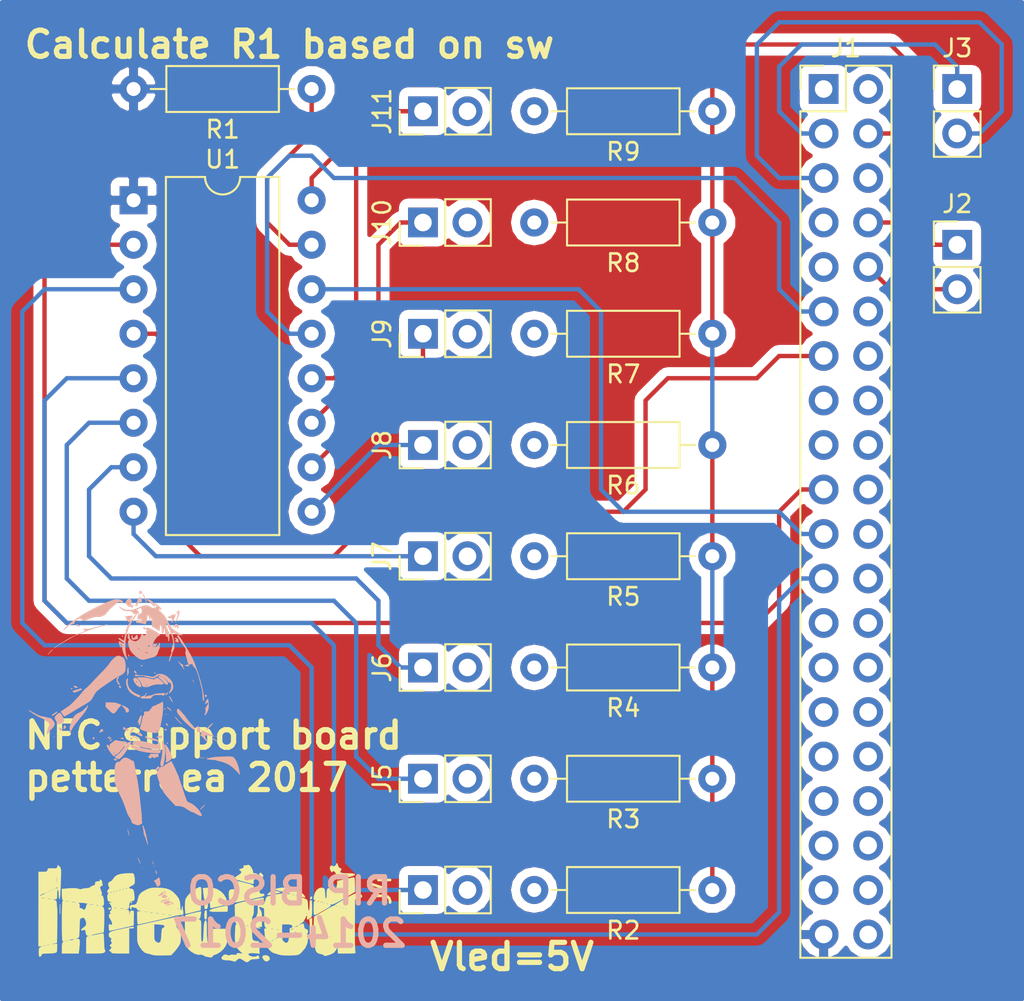
<source format=kicad_pcb>
(kicad_pcb (version 4) (host pcbnew 4.0.6)
  (layers (0 F.Cu signal) (31 B.Cu signal) (34 B.Paste user) (35 F.Paste user) (36 B.SilkS user) (37 F.SilkS user) (38 B.Mask user) (39 F.Mask user) (44 Edge.Cuts user))
  (net 0 "")
  (net 1 "Net-(J1-Pad1)")
  (net 2 "Net-(J1-Pad2)")
  (net 3 "Net-(J1-Pad3)")
  (net 4 +5V)
  (net 5 "Net-(J1-Pad5)")
  (net 6 "Net-(J1-Pad6)")
  (net 7 "Net-(J1-Pad7)")
  (net 8 "Net-(J1-Pad8)")
  (net 9 "Net-(J1-Pad9)")
  (net 10 "Net-(J1-Pad10)")
  (net 11 "Net-(J1-Pad11)")
  (net 12 "Net-(J1-Pad12)")
  (net 13 "Net-(J1-Pad13)")
  (net 14 "Net-(J1-Pad14)")
  (net 15 "Net-(J1-Pad15)")
  (net 16 "Net-(J1-Pad16)")
  (net 17 "Net-(J1-Pad17)")
  (net 18 "Net-(J1-Pad18)")
  (net 19 "Net-(J1-Pad19)")
  (net 20 "Net-(J1-Pad20)")
  (net 21 "Net-(J1-Pad21)")
  (net 22 "Net-(J1-Pad22)")
  (net 23 "Net-(J1-Pad23)")
  (net 24 "Net-(J1-Pad24)")
  (net 25 "Net-(J1-Pad25)")
  (net 26 "Net-(J1-Pad26)")
  (net 27 "Net-(J1-Pad27)")
  (net 28 "Net-(J1-Pad28)")
  (net 29 "Net-(J1-Pad29)")
  (net 30 "Net-(J1-Pad30)")
  (net 31 "Net-(J1-Pad31)")
  (net 32 "Net-(J1-Pad32)")
  (net 33 "Net-(J1-Pad33)")
  (net 34 "Net-(J1-Pad34)")
  (net 35 "Net-(J1-Pad35)")
  (net 36 "Net-(J1-Pad36)")
  (net 37 "Net-(J1-Pad37)")
  (net 38 "Net-(J1-Pad38)")
  (net 39 GNDREF)
  (net 40 "Net-(J1-Pad40)")
  (net 41 "Net-(J4-Pad1)")
  (net 42 "Net-(J4-Pad2)")
  (net 43 "Net-(J5-Pad1)")
  (net 44 "Net-(J5-Pad2)")
  (net 45 "Net-(J6-Pad1)")
  (net 46 "Net-(J6-Pad2)")
  (net 47 "Net-(J7-Pad1)")
  (net 48 "Net-(J7-Pad2)")
  (net 49 "Net-(J8-Pad1)")
  (net 50 "Net-(J8-Pad2)")
  (net 51 "Net-(J9-Pad1)")
  (net 52 "Net-(J9-Pad2)")
  (net 53 "Net-(J10-Pad1)")
  (net 54 "Net-(J10-Pad2)")
  (net 55 "Net-(J11-Pad1)")
  (net 56 "Net-(J11-Pad2)")
  (net 57 "Net-(R1-Pad1)")
  (module Pin_Headers:Pin_Header_Straight_2x20_Pitch2.54mm (layer F.Cu) (at 179.07 96.52)
    (fp_text reference J1 (at 1.27 -2.33) (layer F.SilkS))
    (fp_text value Raspberry_Pi_2_3)
    (pad 1 thru_hole rect (at 0 0) (size 1.7 1.7) (drill 1) (layers *.Cu *.Mask) (net 1 "Net-(J1-Pad1)"))
    (pad 2 thru_hole oval (at 2.54 0) (size 1.7 1.7) (drill 1) (layers *.Cu *.Mask) (net 2 "Net-(J1-Pad2)"))
    (pad 3 thru_hole oval (at 0 2.54) (size 1.7 1.7) (drill 1) (layers *.Cu *.Mask) (net 3 "Net-(J1-Pad3)"))
    (pad 4 thru_hole oval (at 2.54 2.54) (size 1.7 1.7) (drill 1) (layers *.Cu *.Mask) (net 4 +5V))
    (pad 5 thru_hole oval (at 0 5.08) (size 1.7 1.7) (drill 1) (layers *.Cu *.Mask) (net 5 "Net-(J1-Pad5)"))
    (pad 6 thru_hole oval (at 2.54 5.08) (size 1.7 1.7) (drill 1) (layers *.Cu *.Mask) (net 6 "Net-(J1-Pad6)"))
    (pad 7 thru_hole oval (at 0 7.62) (size 1.7 1.7) (drill 1) (layers *.Cu *.Mask) (net 7 "Net-(J1-Pad7)"))
    (pad 8 thru_hole oval (at 2.54 7.62) (size 1.7 1.7) (drill 1) (layers *.Cu *.Mask) (net 8 "Net-(J1-Pad8)"))
    (pad 9 thru_hole oval (at 0 10.16) (size 1.7 1.7) (drill 1) (layers *.Cu *.Mask) (net 9 "Net-(J1-Pad9)"))
    (pad 10 thru_hole oval (at 2.54 10.16) (size 1.7 1.7) (drill 1) (layers *.Cu *.Mask) (net 10 "Net-(J1-Pad10)"))
    (pad 11 thru_hole oval (at 0 12.7) (size 1.7 1.7) (drill 1) (layers *.Cu *.Mask) (net 11 "Net-(J1-Pad11)"))
    (pad 12 thru_hole oval (at 2.54 12.7) (size 1.7 1.7) (drill 1) (layers *.Cu *.Mask) (net 12 "Net-(J1-Pad12)"))
    (pad 13 thru_hole oval (at 0 15.24) (size 1.7 1.7) (drill 1) (layers *.Cu *.Mask) (net 13 "Net-(J1-Pad13)"))
    (pad 14 thru_hole oval (at 2.54 15.24) (size 1.7 1.7) (drill 1) (layers *.Cu *.Mask) (net 14 "Net-(J1-Pad14)"))
    (pad 15 thru_hole oval (at 0 17.78) (size 1.7 1.7) (drill 1) (layers *.Cu *.Mask) (net 15 "Net-(J1-Pad15)"))
    (pad 16 thru_hole oval (at 2.54 17.78) (size 1.7 1.7) (drill 1) (layers *.Cu *.Mask) (net 16 "Net-(J1-Pad16)"))
    (pad 17 thru_hole oval (at 0 20.32) (size 1.7 1.7) (drill 1) (layers *.Cu *.Mask) (net 17 "Net-(J1-Pad17)"))
    (pad 18 thru_hole oval (at 2.54 20.32) (size 1.7 1.7) (drill 1) (layers *.Cu *.Mask) (net 18 "Net-(J1-Pad18)"))
    (pad 19 thru_hole oval (at 0 22.86) (size 1.7 1.7) (drill 1) (layers *.Cu *.Mask) (net 19 "Net-(J1-Pad19)"))
    (pad 20 thru_hole oval (at 2.54 22.86) (size 1.7 1.7) (drill 1) (layers *.Cu *.Mask) (net 20 "Net-(J1-Pad20)"))
    (pad 21 thru_hole oval (at 0 25.4) (size 1.7 1.7) (drill 1) (layers *.Cu *.Mask) (net 21 "Net-(J1-Pad21)"))
    (pad 22 thru_hole oval (at 2.54 25.4) (size 1.7 1.7) (drill 1) (layers *.Cu *.Mask) (net 22 "Net-(J1-Pad22)"))
    (pad 23 thru_hole oval (at 0 27.94) (size 1.7 1.7) (drill 1) (layers *.Cu *.Mask) (net 23 "Net-(J1-Pad23)"))
    (pad 24 thru_hole oval (at 2.54 27.94) (size 1.7 1.7) (drill 1) (layers *.Cu *.Mask) (net 24 "Net-(J1-Pad24)"))
    (pad 25 thru_hole oval (at 0 30.48) (size 1.7 1.7) (drill 1) (layers *.Cu *.Mask) (net 25 "Net-(J1-Pad25)"))
    (pad 26 thru_hole oval (at 2.54 30.48) (size 1.7 1.7) (drill 1) (layers *.Cu *.Mask) (net 26 "Net-(J1-Pad26)"))
    (pad 27 thru_hole oval (at 0 33.02) (size 1.7 1.7) (drill 1) (layers *.Cu *.Mask) (net 27 "Net-(J1-Pad27)"))
    (pad 28 thru_hole oval (at 2.54 33.02) (size 1.7 1.7) (drill 1) (layers *.Cu *.Mask) (net 28 "Net-(J1-Pad28)"))
    (pad 29 thru_hole oval (at 0 35.56) (size 1.7 1.7) (drill 1) (layers *.Cu *.Mask) (net 29 "Net-(J1-Pad29)"))
    (pad 30 thru_hole oval (at 2.54 35.56) (size 1.7 1.7) (drill 1) (layers *.Cu *.Mask) (net 30 "Net-(J1-Pad30)"))
    (pad 31 thru_hole oval (at 0 38.1) (size 1.7 1.7) (drill 1) (layers *.Cu *.Mask) (net 31 "Net-(J1-Pad31)"))
    (pad 32 thru_hole oval (at 2.54 38.1) (size 1.7 1.7) (drill 1) (layers *.Cu *.Mask) (net 32 "Net-(J1-Pad32)"))
    (pad 33 thru_hole oval (at 0 40.64) (size 1.7 1.7) (drill 1) (layers *.Cu *.Mask) (net 33 "Net-(J1-Pad33)"))
    (pad 34 thru_hole oval (at 2.54 40.64) (size 1.7 1.7) (drill 1) (layers *.Cu *.Mask) (net 34 "Net-(J1-Pad34)"))
    (pad 35 thru_hole oval (at 0 43.18) (size 1.7 1.7) (drill 1) (layers *.Cu *.Mask) (net 35 "Net-(J1-Pad35)"))
    (pad 36 thru_hole oval (at 2.54 43.18) (size 1.7 1.7) (drill 1) (layers *.Cu *.Mask) (net 36 "Net-(J1-Pad36)"))
    (pad 37 thru_hole oval (at 0 45.72) (size 1.7 1.7) (drill 1) (layers *.Cu *.Mask) (net 37 "Net-(J1-Pad37)"))
    (pad 38 thru_hole oval (at 2.54 45.72) (size 1.7 1.7) (drill 1) (layers *.Cu *.Mask) (net 38 "Net-(J1-Pad38)"))
    (pad 39 thru_hole oval (at 0 48.26) (size 1.7 1.7) (drill 1) (layers *.Cu *.Mask) (net 39 GNDREF))
    (pad 40 thru_hole oval (at 2.54 48.26) (size 1.7 1.7) (drill 1) (layers *.Cu *.Mask) (net 40 "Net-(J1-Pad40)"))
  )
  (module Socket_Strips:Socket_Strip_Straight_1x02_Pitch2.54mm (layer F.Cu) (at 186.69 105.41)
    (fp_text reference J2 (at 0 -2.33) (layer F.SilkS))
    (fp_text value Serial)
    (pad 1 thru_hole rect (at 0 0) (size 1.7 1.7) (drill 1) (layers *.Cu *.Mask) (net 8 "Net-(J1-Pad8)"))
    (pad 2 thru_hole oval (at 0 2.54) (size 1.7 1.7) (drill 1) (layers *.Cu *.Mask) (net 10 "Net-(J1-Pad10)"))
  )
  (module Socket_Strips:Socket_Strip_Straight_1x02_Pitch2.54mm (layer F.Cu) (at 186.69 96.52)
    (fp_text reference J3 (at 0 -2.33) (layer F.SilkS))
    (fp_text value I2C)
    (pad 1 thru_hole rect (at 0 0) (size 1.7 1.7) (drill 1) (layers *.Cu *.Mask) (net 3 "Net-(J1-Pad3)"))
    (pad 2 thru_hole oval (at 0 2.54) (size 1.7 1.7) (drill 1) (layers *.Cu *.Mask) (net 5 "Net-(J1-Pad5)"))
  )
  (module Socket_Strips:Socket_Strip_Straight_1x02_Pitch2.54mm (layer F.Cu) (at 156.21 142.24 90)
    (fp_text reference J4 (at 0 -2.33 90) (layer F.SilkS))
    (fp_text value LED1)
    (pad 1 thru_hole rect (at 0 0 90) (size 1.7 1.7) (drill 1) (layers *.Cu *.Mask) (net 41 "Net-(J4-Pad1)"))
    (pad 2 thru_hole oval (at 0 2.54 90) (size 1.7 1.7) (drill 1) (layers *.Cu *.Mask) (net 42 "Net-(J4-Pad2)"))
  )
  (module Socket_Strips:Socket_Strip_Straight_1x02_Pitch2.54mm (layer F.Cu) (at 156.21 135.89 90)
    (fp_text reference J5 (at 0 -2.33 90) (layer F.SilkS))
    (fp_text value LED2)
    (pad 1 thru_hole rect (at 0 0 90) (size 1.7 1.7) (drill 1) (layers *.Cu *.Mask) (net 43 "Net-(J5-Pad1)"))
    (pad 2 thru_hole oval (at 0 2.54 90) (size 1.7 1.7) (drill 1) (layers *.Cu *.Mask) (net 44 "Net-(J5-Pad2)"))
  )
  (module Socket_Strips:Socket_Strip_Straight_1x02_Pitch2.54mm (layer F.Cu) (at 156.21 129.54 90)
    (fp_text reference J6 (at 0 -2.33 90) (layer F.SilkS))
    (fp_text value LED3)
    (pad 1 thru_hole rect (at 0 0 90) (size 1.7 1.7) (drill 1) (layers *.Cu *.Mask) (net 45 "Net-(J6-Pad1)"))
    (pad 2 thru_hole oval (at 0 2.54 90) (size 1.7 1.7) (drill 1) (layers *.Cu *.Mask) (net 46 "Net-(J6-Pad2)"))
  )
  (module Socket_Strips:Socket_Strip_Straight_1x02_Pitch2.54mm (layer F.Cu) (at 156.21 123.19 90)
    (fp_text reference J7 (at 0 -2.33 90) (layer F.SilkS))
    (fp_text value LED4)
    (pad 1 thru_hole rect (at 0 0 90) (size 1.7 1.7) (drill 1) (layers *.Cu *.Mask) (net 47 "Net-(J7-Pad1)"))
    (pad 2 thru_hole oval (at 0 2.54 90) (size 1.7 1.7) (drill 1) (layers *.Cu *.Mask) (net 48 "Net-(J7-Pad2)"))
  )
  (module Socket_Strips:Socket_Strip_Straight_1x02_Pitch2.54mm (layer F.Cu) (at 156.21 116.84 90)
    (fp_text reference J8 (at 0 -2.33 90) (layer F.SilkS))
    (fp_text value LED5)
    (pad 1 thru_hole rect (at 0 0 90) (size 1.7 1.7) (drill 1) (layers *.Cu *.Mask) (net 49 "Net-(J8-Pad1)"))
    (pad 2 thru_hole oval (at 0 2.54 90) (size 1.7 1.7) (drill 1) (layers *.Cu *.Mask) (net 50 "Net-(J8-Pad2)"))
  )
  (module Socket_Strips:Socket_Strip_Straight_1x02_Pitch2.54mm (layer F.Cu) (at 156.21 110.49 90)
    (fp_text reference J9 (at 0 -2.33 90) (layer F.SilkS))
    (fp_text value LED6)
    (pad 1 thru_hole rect (at 0 0 90) (size 1.7 1.7) (drill 1) (layers *.Cu *.Mask) (net 51 "Net-(J9-Pad1)"))
    (pad 2 thru_hole oval (at 0 2.54 90) (size 1.7 1.7) (drill 1) (layers *.Cu *.Mask) (net 52 "Net-(J9-Pad2)"))
  )
  (module Socket_Strips:Socket_Strip_Straight_1x02_Pitch2.54mm (layer F.Cu) (at 156.21 104.14 90)
    (fp_text reference J10 (at 0 -2.33 90) (layer F.SilkS))
    (fp_text value LED7)
    (pad 1 thru_hole rect (at 0 0 90) (size 1.7 1.7) (drill 1) (layers *.Cu *.Mask) (net 53 "Net-(J10-Pad1)"))
    (pad 2 thru_hole oval (at 0 2.54 90) (size 1.7 1.7) (drill 1) (layers *.Cu *.Mask) (net 54 "Net-(J10-Pad2)"))
  )
  (module Socket_Strips:Socket_Strip_Straight_1x02_Pitch2.54mm (layer F.Cu) (at 156.21 97.79 90)
    (fp_text reference J11 (at 0 -2.33 90) (layer F.SilkS))
    (fp_text value LED8)
    (pad 1 thru_hole rect (at 0 0 90) (size 1.7 1.7) (drill 1) (layers *.Cu *.Mask) (net 55 "Net-(J11-Pad1)"))
    (pad 2 thru_hole oval (at 0 2.54 90) (size 1.7 1.7) (drill 1) (layers *.Cu *.Mask) (net 56 "Net-(J11-Pad2)"))
  )
  (module Resistors_THT:R_Axial_DIN0207_L6.3mm_D2.5mm_P10.16mm_Horizontal (layer F.Cu) (at 149.86 96.52 180)
    (fp_text reference R1 (at 5.08 -2.31 180) (layer F.SilkS))
    (fp_text value R)
    (pad 1 thru_hole circle (at 0 0 180) (size 1.6 1.6) (drill 0.8) (layers *.Cu *.Mask) (net 57 "Net-(R1-Pad1)"))
    (pad 2 thru_hole oval (at 10.16 0 180) (size 1.6 1.6) (drill 0.8) (layers *.Cu *.Mask) (net 39 GNDREF))
  )
  (module Resistors_THT:R_Axial_DIN0207_L6.3mm_D2.5mm_P10.16mm_Horizontal (layer F.Cu) (at 172.72 142.24 180)
    (fp_text reference R2 (at 5.08 -2.31 180) (layer F.SilkS))
    (fp_text value R)
    (pad 1 thru_hole circle (at 0 0 180) (size 1.6 1.6) (drill 0.8) (layers *.Cu *.Mask) (net 4 +5V))
    (pad 2 thru_hole oval (at 10.16 0 180) (size 1.6 1.6) (drill 0.8) (layers *.Cu *.Mask) (net 42 "Net-(J4-Pad2)"))
  )
  (module Resistors_THT:R_Axial_DIN0207_L6.3mm_D2.5mm_P10.16mm_Horizontal (layer F.Cu) (at 172.72 135.89 180)
    (fp_text reference R3 (at 5.08 -2.31 180) (layer F.SilkS))
    (fp_text value R)
    (pad 1 thru_hole circle (at 0 0 180) (size 1.6 1.6) (drill 0.8) (layers *.Cu *.Mask) (net 4 +5V))
    (pad 2 thru_hole oval (at 10.16 0 180) (size 1.6 1.6) (drill 0.8) (layers *.Cu *.Mask) (net 44 "Net-(J5-Pad2)"))
  )
  (module Resistors_THT:R_Axial_DIN0207_L6.3mm_D2.5mm_P10.16mm_Horizontal (layer F.Cu) (at 172.72 129.54 180)
    (fp_text reference R4 (at 5.08 -2.31 180) (layer F.SilkS))
    (fp_text value R)
    (pad 1 thru_hole circle (at 0 0 180) (size 1.6 1.6) (drill 0.8) (layers *.Cu *.Mask) (net 4 +5V))
    (pad 2 thru_hole oval (at 10.16 0 180) (size 1.6 1.6) (drill 0.8) (layers *.Cu *.Mask) (net 46 "Net-(J6-Pad2)"))
  )
  (module Resistors_THT:R_Axial_DIN0207_L6.3mm_D2.5mm_P10.16mm_Horizontal (layer F.Cu) (at 172.72 123.19 180)
    (fp_text reference R5 (at 5.08 -2.31 180) (layer F.SilkS))
    (fp_text value R)
    (pad 1 thru_hole circle (at 0 0 180) (size 1.6 1.6) (drill 0.8) (layers *.Cu *.Mask) (net 4 +5V))
    (pad 2 thru_hole oval (at 10.16 0 180) (size 1.6 1.6) (drill 0.8) (layers *.Cu *.Mask) (net 48 "Net-(J7-Pad2)"))
  )
  (module Resistors_THT:R_Axial_DIN0207_L6.3mm_D2.5mm_P10.16mm_Horizontal (layer F.Cu) (at 172.72 116.84 180)
    (fp_text reference R6 (at 5.08 -2.31 180) (layer F.SilkS))
    (fp_text value R)
    (pad 1 thru_hole circle (at 0 0 180) (size 1.6 1.6) (drill 0.8) (layers *.Cu *.Mask) (net 4 +5V))
    (pad 2 thru_hole oval (at 10.16 0 180) (size 1.6 1.6) (drill 0.8) (layers *.Cu *.Mask) (net 50 "Net-(J8-Pad2)"))
  )
  (module Resistors_THT:R_Axial_DIN0207_L6.3mm_D2.5mm_P10.16mm_Horizontal (layer F.Cu) (at 172.72 110.49 180)
    (fp_text reference R7 (at 5.08 -2.31 180) (layer F.SilkS))
    (fp_text value R)
    (pad 1 thru_hole circle (at 0 0 180) (size 1.6 1.6) (drill 0.8) (layers *.Cu *.Mask) (net 4 +5V))
    (pad 2 thru_hole oval (at 10.16 0 180) (size 1.6 1.6) (drill 0.8) (layers *.Cu *.Mask) (net 52 "Net-(J9-Pad2)"))
  )
  (module Resistors_THT:R_Axial_DIN0207_L6.3mm_D2.5mm_P10.16mm_Horizontal (layer F.Cu) (at 172.72 104.14 180)
    (fp_text reference R8 (at 5.08 -2.31 180) (layer F.SilkS))
    (fp_text value R)
    (pad 1 thru_hole circle (at 0 0 180) (size 1.6 1.6) (drill 0.8) (layers *.Cu *.Mask) (net 4 +5V))
    (pad 2 thru_hole oval (at 10.16 0 180) (size 1.6 1.6) (drill 0.8) (layers *.Cu *.Mask) (net 54 "Net-(J10-Pad2)"))
  )
  (module Resistors_THT:R_Axial_DIN0207_L6.3mm_D2.5mm_P10.16mm_Horizontal (layer F.Cu) (at 172.72 97.79 180)
    (fp_text reference R9 (at 5.08 -2.31 180) (layer F.SilkS))
    (fp_text value R)
    (pad 1 thru_hole circle (at 0 0 180) (size 1.6 1.6) (drill 0.8) (layers *.Cu *.Mask) (net 4 +5V))
    (pad 2 thru_hole oval (at 10.16 0 180) (size 1.6 1.6) (drill 0.8) (layers *.Cu *.Mask) (net 56 "Net-(J11-Pad2)"))
  )
  (module Housings_DIP:DIP-16_W10.16mm (layer F.Cu) (at 139.7 102.87)
    (fp_text reference U1 (at 5.08 -2.33) (layer F.SilkS))
    (fp_text value TLC5917)
    (pad 1 thru_hole rect (at 0 0) (size 1.6 1.6) (drill 0.8) (layers *.Cu *.Mask) (net 39 GNDREF))
    (pad 9 thru_hole oval (at 10.16 17.78) (size 1.6 1.6) (drill 0.8) (layers *.Cu *.Mask) (net 49 "Net-(J8-Pad1)"))
    (pad 2 thru_hole oval (at 0 2.54) (size 1.6 1.6) (drill 0.8) (layers *.Cu *.Mask) (net 19 "Net-(J1-Pad19)"))
    (pad 10 thru_hole oval (at 10.16 15.24) (size 1.6 1.6) (drill 0.8) (layers *.Cu *.Mask) (net 51 "Net-(J9-Pad1)"))
    (pad 3 thru_hole oval (at 0 5.08) (size 1.6 1.6) (drill 0.8) (layers *.Cu *.Mask) (net 23 "Net-(J1-Pad23)"))
    (pad 11 thru_hole oval (at 10.16 12.7) (size 1.6 1.6) (drill 0.8) (layers *.Cu *.Mask) (net 53 "Net-(J10-Pad1)"))
    (pad 4 thru_hole oval (at 0 7.62) (size 1.6 1.6) (drill 0.8) (layers *.Cu *.Mask) (net 13 "Net-(J1-Pad13)"))
    (pad 12 thru_hole oval (at 10.16 10.16) (size 1.6 1.6) (drill 0.8) (layers *.Cu *.Mask) (net 55 "Net-(J11-Pad1)"))
    (pad 5 thru_hole oval (at 0 10.16) (size 1.6 1.6) (drill 0.8) (layers *.Cu *.Mask) (net 41 "Net-(J4-Pad1)"))
    (pad 13 thru_hole oval (at 10.16 7.62) (size 1.6 1.6) (drill 0.8) (layers *.Cu *.Mask) (net 11 "Net-(J1-Pad11)"))
    (pad 6 thru_hole oval (at 0 12.7) (size 1.6 1.6) (drill 0.8) (layers *.Cu *.Mask) (net 43 "Net-(J5-Pad1)"))
    (pad 14 thru_hole oval (at 10.16 5.08) (size 1.6 1.6) (drill 0.8) (layers *.Cu *.Mask) (net 21 "Net-(J1-Pad21)"))
    (pad 7 thru_hole oval (at 0 15.24) (size 1.6 1.6) (drill 0.8) (layers *.Cu *.Mask) (net 45 "Net-(J6-Pad1)"))
    (pad 15 thru_hole oval (at 10.16 2.54) (size 1.6 1.6) (drill 0.8) (layers *.Cu *.Mask) (net 57 "Net-(R1-Pad1)"))
    (pad 8 thru_hole oval (at 0 17.78) (size 1.6 1.6) (drill 0.8) (layers *.Cu *.Mask) (net 47 "Net-(J7-Pad1)"))
    (pad 16 thru_hole oval (at 10.16 0) (size 1.6 1.6) (drill 0.8) (layers *.Cu *.Mask) (net 4 +5V))
  )
  (module infected-led-breakout:infected_logo (layer F.Cu) (at 143.51 143.51)
    (fp_text reference G*** hide)
    (fp_text value LOGO hide)
  )
  (module infected-led-breakout:bisco (layer B.Cu) (at 139.7 134.62 180)
    (fp_text reference G*** hide)
    (fp_text value LOGO hide)
  )
  (gr_text "Calculate R1 based on sw" (at 148.59 93.98) (layer F.SilkS) (effects (font (size 1.5 1.5) (thickness 0.3))))
  (gr_text "RIP BISCO\n2014-2017" (at 148.59 143.51) (layer B.SilkS) (effects (font (size 1.5 1.5) (thickness 0.3)) (justify mirror)))
  (gr_text Vled=5V (at 161.29 146.05) (layer F.SilkS) (effects (font (size 1.5 1.5) (thickness 0.3))))
  (gr_text "NFC support board\npetterroea 2017" (at 133.35 134.62) (layer F.SilkS) (effects (font (size 1.5 1.5) (thickness 0.3)) (justify left)))
  (segment (start 179.07 99.06) (end 177.8 99.06) (width 0.25) (layer B.Cu) (net 3))
  (segment (start 186.69 95.25) (end 186.69 96.52) (width 0.25) (layer B.Cu) (net 3))
  (segment (start 185.42 93.98) (end 186.69 95.25) (width 0.25) (layer B.Cu) (net 3))
  (segment (start 184.15 93.98) (end 185.42 93.98) (width 0.25) (layer B.Cu) (net 3))
  (segment (start 177.8 93.98) (end 184.15 93.98) (width 0.25) (layer B.Cu) (net 3))
  (segment (start 176.53 95.25) (end 177.8 93.98) (width 0.25) (layer B.Cu) (net 3))
  (segment (start 176.53 97.79) (end 176.53 95.25) (width 0.25) (layer B.Cu) (net 3))
  (segment (start 177.8 99.06) (end 176.53 97.79) (width 0.25) (layer B.Cu) (net 3))
  (segment (start 172.72 123.19) (end 172.72 129.54) (width 0.25) (layer B.Cu) (net 4))
  (segment (start 172.72 110.49) (end 172.72 116.84) (width 0.25) (layer B.Cu) (net 4))
  (segment (start 149.86 102.87) (end 149.86 101.6) (width 0.25) (layer F.Cu) (net 4))
  (segment (start 153.67 95.25) (end 172.72 95.25) (width 0.25) (layer F.Cu) (net 4))
  (segment (start 152.4 96.52) (end 153.67 95.25) (width 0.25) (layer F.Cu) (net 4))
  (segment (start 152.4 97.79) (end 152.4 96.52) (width 0.25) (layer F.Cu) (net 4))
  (segment (start 151.13 99.06) (end 152.4 97.79) (width 0.25) (layer F.Cu) (net 4))
  (segment (start 151.13 100.33) (end 151.13 99.06) (width 0.25) (layer F.Cu) (net 4))
  (segment (start 149.86 101.6) (end 151.13 100.33) (width 0.25) (layer F.Cu) (net 4))
  (segment (start 172.72 129.54) (end 172.72 135.89) (width 0.25) (layer F.Cu) (net 4))
  (segment (start 172.72 135.89) (end 172.72 142.24) (width 0.25) (layer F.Cu) (net 4))
  (segment (start 172.72 116.84) (end 172.72 123.19) (width 0.25) (layer F.Cu) (net 4))
  (segment (start 172.72 104.14) (end 172.72 110.49) (width 0.25) (layer F.Cu) (net 4))
  (segment (start 172.72 97.79) (end 172.72 104.14) (width 0.25) (layer F.Cu) (net 4))
  (segment (start 181.61 99.06) (end 182.88 99.06) (width 0.25) (layer F.Cu) (net 4))
  (segment (start 172.72 95.25) (end 172.72 97.79) (width 0.25) (layer F.Cu) (net 4))
  (segment (start 173.99 93.98) (end 172.72 95.25) (width 0.25) (layer F.Cu) (net 4))
  (segment (start 182.88 93.98) (end 173.99 93.98) (width 0.25) (layer F.Cu) (net 4))
  (segment (start 184.15 95.25) (end 182.88 93.98) (width 0.25) (layer F.Cu) (net 4))
  (segment (start 184.15 97.79) (end 184.15 95.25) (width 0.25) (layer F.Cu) (net 4))
  (segment (start 182.88 99.06) (end 184.15 97.79) (width 0.25) (layer F.Cu) (net 4))
  (segment (start 179.07 101.6) (end 177.8 101.6) (width 0.25) (layer B.Cu) (net 5))
  (segment (start 187.96 99.06) (end 186.69 99.06) (width 0.25) (layer B.Cu) (net 5))
  (segment (start 189.23 97.79) (end 187.96 99.06) (width 0.25) (layer B.Cu) (net 5))
  (segment (start 189.23 93.98) (end 189.23 97.79) (width 0.25) (layer B.Cu) (net 5))
  (segment (start 187.96 92.71) (end 189.23 93.98) (width 0.25) (layer B.Cu) (net 5))
  (segment (start 186.69 92.71) (end 187.96 92.71) (width 0.25) (layer B.Cu) (net 5))
  (segment (start 176.53 92.71) (end 186.69 92.71) (width 0.25) (layer B.Cu) (net 5))
  (segment (start 175.26 93.98) (end 176.53 92.71) (width 0.25) (layer B.Cu) (net 5))
  (segment (start 175.26 95.25) (end 175.26 93.98) (width 0.25) (layer B.Cu) (net 5))
  (segment (start 175.26 100.33) (end 175.26 95.25) (width 0.25) (layer B.Cu) (net 5))
  (segment (start 176.53 101.6) (end 175.26 100.33) (width 0.25) (layer B.Cu) (net 5))
  (segment (start 177.8 101.6) (end 176.53 101.6) (width 0.25) (layer B.Cu) (net 5))
  (segment (start 186.69 105.41) (end 185.42 105.41) (width 0.25) (layer F.Cu) (net 8))
  (segment (start 184.15 104.14) (end 185.42 105.41) (width 0.25) (layer F.Cu) (net 8))
  (segment (start 184.15 104.14) (end 181.61 104.14) (width 0.25) (layer F.Cu) (net 8))
  (segment (start 186.69 107.95) (end 185.42 107.95) (width 0.25) (layer F.Cu) (net 10))
  (segment (start 182.88 107.95) (end 185.42 107.95) (width 0.25) (layer F.Cu) (net 10))
  (segment (start 182.88 107.95) (end 181.61 106.68) (width 0.25) (layer F.Cu) (net 10))
  (segment (start 179.07 109.22) (end 177.8 109.22) (width 0.25) (layer B.Cu) (net 11))
  (segment (start 148.59 110.49) (end 149.86 110.49) (width 0.25) (layer B.Cu) (net 11))
  (segment (start 147.32 109.22) (end 148.59 110.49) (width 0.25) (layer B.Cu) (net 11))
  (segment (start 147.32 101.6) (end 147.32 109.22) (width 0.25) (layer B.Cu) (net 11))
  (segment (start 148.59 100.33) (end 147.32 101.6) (width 0.25) (layer B.Cu) (net 11))
  (segment (start 149.86 100.33) (end 148.59 100.33) (width 0.25) (layer B.Cu) (net 11))
  (segment (start 151.13 101.6) (end 149.86 100.33) (width 0.25) (layer B.Cu) (net 11))
  (segment (start 173.99 101.6) (end 151.13 101.6) (width 0.25) (layer B.Cu) (net 11))
  (segment (start 176.53 104.14) (end 173.99 101.6) (width 0.25) (layer B.Cu) (net 11))
  (segment (start 176.53 107.95) (end 176.53 104.14) (width 0.25) (layer B.Cu) (net 11))
  (segment (start 177.8 109.22) (end 176.53 107.95) (width 0.25) (layer B.Cu) (net 11))
  (segment (start 179.07 111.76) (end 176.53 111.76) (width 0.25) (layer F.Cu) (net 13))
  (segment (start 140.97 110.49) (end 139.7 110.49) (width 0.25) (layer F.Cu) (net 13))
  (segment (start 142.24 111.76) (end 140.97 110.49) (width 0.25) (layer F.Cu) (net 13))
  (segment (start 142.24 121.92) (end 142.24 111.76) (width 0.25) (layer F.Cu) (net 13))
  (segment (start 143.51 123.19) (end 142.24 121.92) (width 0.25) (layer F.Cu) (net 13))
  (segment (start 151.13 123.19) (end 143.51 123.19) (width 0.25) (layer F.Cu) (net 13))
  (segment (start 152.4 121.92) (end 151.13 123.19) (width 0.25) (layer F.Cu) (net 13))
  (segment (start 153.67 120.65) (end 152.4 121.92) (width 0.25) (layer F.Cu) (net 13))
  (segment (start 167.64 120.65) (end 153.67 120.65) (width 0.25) (layer F.Cu) (net 13))
  (segment (start 168.91 119.38) (end 167.64 120.65) (width 0.25) (layer F.Cu) (net 13))
  (segment (start 168.91 114.3) (end 168.91 119.38) (width 0.25) (layer F.Cu) (net 13))
  (segment (start 170.18 113.03) (end 168.91 114.3) (width 0.25) (layer F.Cu) (net 13))
  (segment (start 175.26 113.03) (end 170.18 113.03) (width 0.25) (layer F.Cu) (net 13))
  (segment (start 176.53 111.76) (end 175.26 113.03) (width 0.25) (layer F.Cu) (net 13))
  (segment (start 179.07 119.38) (end 177.8 119.38) (width 0.25) (layer F.Cu) (net 19))
  (segment (start 135.89 105.41) (end 139.7 105.41) (width 0.25) (layer F.Cu) (net 19))
  (segment (start 134.62 106.68) (end 135.89 105.41) (width 0.25) (layer F.Cu) (net 19))
  (segment (start 134.62 125.73) (end 134.62 106.68) (width 0.25) (layer F.Cu) (net 19))
  (segment (start 135.89 127) (end 134.62 125.73) (width 0.25) (layer F.Cu) (net 19))
  (segment (start 175.26 127) (end 135.89 127) (width 0.25) (layer F.Cu) (net 19))
  (segment (start 176.53 125.73) (end 175.26 127) (width 0.25) (layer F.Cu) (net 19))
  (segment (start 176.53 120.65) (end 176.53 125.73) (width 0.25) (layer F.Cu) (net 19))
  (segment (start 177.8 119.38) (end 176.53 120.65) (width 0.25) (layer F.Cu) (net 19))
  (segment (start 179.07 121.92) (end 177.8 121.92) (width 0.25) (layer B.Cu) (net 21))
  (segment (start 165.1 107.95) (end 149.86 107.95) (width 0.25) (layer B.Cu) (net 21))
  (segment (start 166.37 109.22) (end 165.1 107.95) (width 0.25) (layer B.Cu) (net 21))
  (segment (start 166.37 119.38) (end 166.37 109.22) (width 0.25) (layer B.Cu) (net 21))
  (segment (start 167.64 120.65) (end 166.37 119.38) (width 0.25) (layer B.Cu) (net 21))
  (segment (start 176.53 120.65) (end 167.64 120.65) (width 0.25) (layer B.Cu) (net 21))
  (segment (start 177.8 121.92) (end 176.53 120.65) (width 0.25) (layer B.Cu) (net 21))
  (segment (start 179.07 124.46) (end 177.8 124.46) (width 0.25) (layer B.Cu) (net 23))
  (segment (start 134.62 107.95) (end 139.7 107.95) (width 0.25) (layer B.Cu) (net 23))
  (segment (start 133.35 109.22) (end 134.62 107.95) (width 0.25) (layer B.Cu) (net 23))
  (segment (start 133.35 127) (end 133.35 109.22) (width 0.25) (layer B.Cu) (net 23))
  (segment (start 134.62 128.27) (end 133.35 127) (width 0.25) (layer B.Cu) (net 23))
  (segment (start 148.59 128.27) (end 134.62 128.27) (width 0.25) (layer B.Cu) (net 23))
  (segment (start 149.86 129.54) (end 148.59 128.27) (width 0.25) (layer B.Cu) (net 23))
  (segment (start 149.86 143.51) (end 149.86 129.54) (width 0.25) (layer B.Cu) (net 23))
  (segment (start 151.13 144.78) (end 149.86 143.51) (width 0.25) (layer B.Cu) (net 23))
  (segment (start 175.26 144.78) (end 151.13 144.78) (width 0.25) (layer B.Cu) (net 23))
  (segment (start 176.53 143.51) (end 175.26 144.78) (width 0.25) (layer B.Cu) (net 23))
  (segment (start 176.53 125.73) (end 176.53 143.51) (width 0.25) (layer B.Cu) (net 23))
  (segment (start 177.8 124.46) (end 176.53 125.73) (width 0.25) (layer B.Cu) (net 23))
  (segment (start 179.07 144.78) (end 151.13 144.78) (width 0.25) (layer F.Cu) (net 39))
  (segment (start 151.13 144.78) (end 149.86 143.51) (width 0.25) (layer F.Cu) (net 39))
  (segment (start 149.86 143.51) (end 149.86 129.54) (width 0.25) (layer F.Cu) (net 39))
  (segment (start 149.86 129.54) (end 148.59 128.27) (width 0.25) (layer F.Cu) (net 39))
  (segment (start 148.59 128.27) (end 134.62 128.27) (width 0.25) (layer F.Cu) (net 39))
  (segment (start 134.62 128.27) (end 133.35 127) (width 0.25) (layer F.Cu) (net 39))
  (segment (start 133.35 127) (end 133.35 104.14) (width 0.25) (layer F.Cu) (net 39))
  (segment (start 133.35 104.14) (end 134.62 102.87) (width 0.25) (layer F.Cu) (net 39))
  (segment (start 134.62 102.87) (end 139.7 102.87) (width 0.25) (layer F.Cu) (net 39))
  (segment (start 139.7 102.87) (end 139.7 96.52) (width 0.25) (layer F.Cu) (net 39))
  (segment (start 156.21 142.24) (end 152.4 142.24) (width 0.25) (layer B.Cu) (net 41))
  (segment (start 135.89 113.03) (end 139.7 113.03) (width 0.25) (layer B.Cu) (net 41))
  (segment (start 134.62 114.3) (end 135.89 113.03) (width 0.25) (layer B.Cu) (net 41))
  (segment (start 134.62 125.73) (end 134.62 114.3) (width 0.25) (layer B.Cu) (net 41))
  (segment (start 135.89 127) (end 134.62 125.73) (width 0.25) (layer B.Cu) (net 41))
  (segment (start 149.86 127) (end 135.89 127) (width 0.25) (layer B.Cu) (net 41))
  (segment (start 151.13 128.27) (end 149.86 127) (width 0.25) (layer B.Cu) (net 41))
  (segment (start 151.13 140.97) (end 151.13 128.27) (width 0.25) (layer B.Cu) (net 41))
  (segment (start 152.4 142.24) (end 151.13 140.97) (width 0.25) (layer B.Cu) (net 41))
  (segment (start 156.21 135.89) (end 153.67 135.89) (width 0.25) (layer B.Cu) (net 43))
  (segment (start 137.16 115.57) (end 139.7 115.57) (width 0.25) (layer B.Cu) (net 43))
  (segment (start 135.89 116.84) (end 137.16 115.57) (width 0.25) (layer B.Cu) (net 43))
  (segment (start 135.89 124.46) (end 135.89 116.84) (width 0.25) (layer B.Cu) (net 43))
  (segment (start 137.16 125.73) (end 135.89 124.46) (width 0.25) (layer B.Cu) (net 43))
  (segment (start 151.13 125.73) (end 137.16 125.73) (width 0.25) (layer B.Cu) (net 43))
  (segment (start 152.4 127) (end 151.13 125.73) (width 0.25) (layer B.Cu) (net 43))
  (segment (start 152.4 134.62) (end 152.4 127) (width 0.25) (layer B.Cu) (net 43))
  (segment (start 153.67 135.89) (end 152.4 134.62) (width 0.25) (layer B.Cu) (net 43))
  (segment (start 156.21 129.54) (end 154.94 129.54) (width 0.25) (layer B.Cu) (net 45))
  (segment (start 138.43 118.11) (end 139.7 118.11) (width 0.25) (layer B.Cu) (net 45))
  (segment (start 137.16 119.38) (end 138.43 118.11) (width 0.25) (layer B.Cu) (net 45))
  (segment (start 137.16 123.19) (end 137.16 119.38) (width 0.25) (layer B.Cu) (net 45))
  (segment (start 138.43 124.46) (end 137.16 123.19) (width 0.25) (layer B.Cu) (net 45))
  (segment (start 139.7 124.46) (end 138.43 124.46) (width 0.25) (layer B.Cu) (net 45))
  (segment (start 152.4 124.46) (end 139.7 124.46) (width 0.25) (layer B.Cu) (net 45))
  (segment (start 153.67 125.73) (end 152.4 124.46) (width 0.25) (layer B.Cu) (net 45))
  (segment (start 153.67 128.27) (end 153.67 125.73) (width 0.25) (layer B.Cu) (net 45))
  (segment (start 154.94 129.54) (end 153.67 128.27) (width 0.25) (layer B.Cu) (net 45))
  (segment (start 156.21 123.19) (end 140.97 123.19) (width 0.25) (layer B.Cu) (net 47))
  (segment (start 139.7 121.92) (end 139.7 120.65) (width 0.25) (layer B.Cu) (net 47))
  (segment (start 140.97 123.19) (end 139.7 121.92) (width 0.25) (layer B.Cu) (net 47))
  (segment (start 156.21 116.84) (end 153.67 116.84) (width 0.25) (layer B.Cu) (net 49))
  (segment (start 152.4 118.11) (end 149.86 120.65) (width 0.25) (layer B.Cu) (net 49))
  (segment (start 153.67 116.84) (end 152.4 118.11) (width 0.25) (layer B.Cu) (net 49))
  (segment (start 156.21 110.49) (end 156.21 113.03) (width 0.25) (layer F.Cu) (net 51))
  (segment (start 151.13 116.84) (end 149.86 118.11) (width 0.25) (layer F.Cu) (net 51))
  (segment (start 152.4 115.57) (end 151.13 116.84) (width 0.25) (layer F.Cu) (net 51))
  (segment (start 153.67 115.57) (end 152.4 115.57) (width 0.25) (layer F.Cu) (net 51))
  (segment (start 154.94 114.3) (end 153.67 115.57) (width 0.25) (layer F.Cu) (net 51))
  (segment (start 156.21 113.03) (end 154.94 114.3) (width 0.25) (layer F.Cu) (net 51))
  (segment (start 156.21 104.14) (end 154.94 104.14) (width 0.25) (layer F.Cu) (net 53))
  (segment (start 151.13 114.3) (end 149.86 115.57) (width 0.25) (layer F.Cu) (net 53))
  (segment (start 152.4 114.3) (end 151.13 114.3) (width 0.25) (layer F.Cu) (net 53))
  (segment (start 153.67 113.03) (end 152.4 114.3) (width 0.25) (layer F.Cu) (net 53))
  (segment (start 153.67 105.41) (end 153.67 113.03) (width 0.25) (layer F.Cu) (net 53))
  (segment (start 154.94 104.14) (end 153.67 105.41) (width 0.25) (layer F.Cu) (net 53))
  (segment (start 156.21 97.79) (end 153.67 97.79) (width 0.25) (layer F.Cu) (net 55))
  (segment (start 151.13 113.03) (end 149.86 113.03) (width 0.25) (layer F.Cu) (net 55))
  (segment (start 152.4 111.76) (end 151.13 113.03) (width 0.25) (layer F.Cu) (net 55))
  (segment (start 152.4 99.06) (end 152.4 111.76) (width 0.25) (layer F.Cu) (net 55))
  (segment (start 153.67 97.79) (end 152.4 99.06) (width 0.25) (layer F.Cu) (net 55))
  (segment (start 149.86 105.41) (end 148.59 105.41) (width 0.25) (layer F.Cu) (net 57))
  (segment (start 149.86 99.06) (end 149.86 96.52) (width 0.25) (layer F.Cu) (net 57))
  (segment (start 148.59 100.33) (end 149.86 99.06) (width 0.25) (layer F.Cu) (net 57))
  (segment (start 147.32 101.6) (end 148.59 100.33) (width 0.25) (layer F.Cu) (net 57))
  (segment (start 147.32 104.14) (end 147.32 101.6) (width 0.25) (layer F.Cu) (net 57))
  (segment (start 148.59 105.41) (end 147.32 104.14) (width 0.25) (layer F.Cu) (net 57))
  (zone (net 39) (net_name GNDREF) (layer F.Cu) (connect_pads (clearance 0.508)) (min_thickness 0.254) (fill yes (arc_segments 16) (thermal_gap 0.508) (thermal_bridge_width 0.508))
    (polygon (pts (xy 190.5 148.59) (xy 190.5 91.44) (xy 132.08 91.44) (xy 132.08 148.59)))
  )
  (zone (net 39) (net_name GNDREF) (layer B.Cu) (connect_pads (clearance 0.508)) (min_thickness 0.254) (fill yes (arc_segments 16) (thermal_gap 0.508) (thermal_bridge_width 0.508))
    (polygon (pts (xy 190.5 148.59) (xy 190.5 91.44) (xy 132.08 91.44) (xy 132.08 148.59)))
  )
)
</source>
